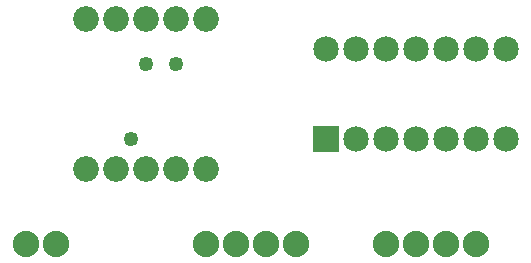
<source format=gts>
G04 MADE WITH FRITZING*
G04 WWW.FRITZING.ORG*
G04 DOUBLE SIDED*
G04 HOLES PLATED*
G04 CONTOUR ON CENTER OF CONTOUR VECTOR*
%ASAXBY*%
%FSLAX23Y23*%
%MOIN*%
%OFA0B0*%
%SFA1.0B1.0*%
%ADD10C,0.086000*%
%ADD11C,0.085000*%
%ADD12C,0.088000*%
%ADD13C,0.049370*%
%ADD14R,0.085000X0.085000*%
%LNMASK1*%
G90*
G70*
G54D10*
X439Y356D03*
X539Y356D03*
X639Y356D03*
X739Y356D03*
X839Y356D03*
X439Y856D03*
X539Y856D03*
X639Y856D03*
X739Y856D03*
X839Y856D03*
G54D11*
X1239Y456D03*
X1239Y756D03*
X1339Y456D03*
X1339Y756D03*
X1439Y456D03*
X1439Y756D03*
X1539Y456D03*
X1539Y756D03*
X1639Y456D03*
X1639Y756D03*
X1739Y456D03*
X1739Y756D03*
X1839Y456D03*
X1839Y756D03*
G54D12*
X839Y106D03*
X939Y106D03*
X1039Y106D03*
X1139Y106D03*
X239Y106D03*
X339Y106D03*
X1439Y106D03*
X1539Y106D03*
X1639Y106D03*
X1739Y106D03*
G54D13*
X588Y456D03*
X639Y706D03*
X739Y706D03*
G54D14*
X1239Y456D03*
G04 End of Mask1*
M02*
</source>
